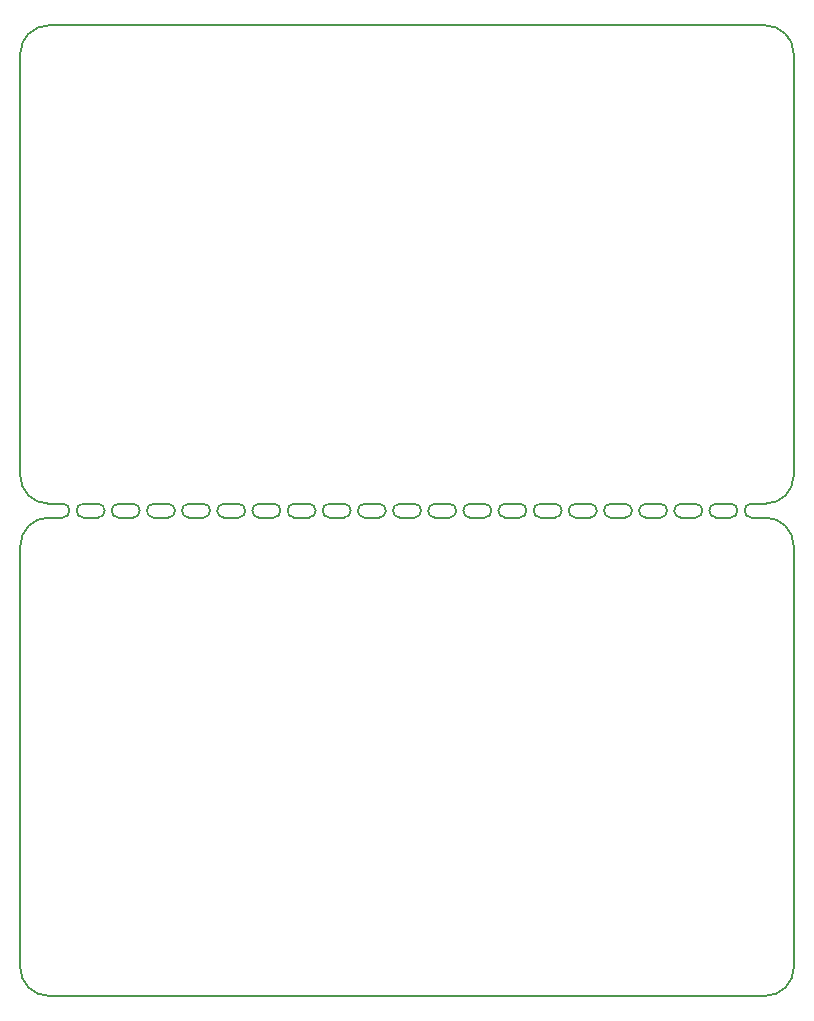
<source format=gbr>
%TF.GenerationSoftware,KiCad,Pcbnew,(5.0.1)-3*%
%TF.CreationDate,2018-12-08T15:20:53+01:00*%
%TF.ProjectId,SamplrPad,53616D706C725061642E6B696361645F,rev?*%
%TF.SameCoordinates,Original*%
%TF.FileFunction,Paste,Top*%
%TF.FilePolarity,Positive*%
%FSLAX46Y46*%
G04 Gerber Fmt 4.6, Leading zero omitted, Abs format (unit mm)*
G04 Created by KiCad (PCBNEW (5.0.1)-3) date 8/12/2018 15:20:53*
%MOMM*%
%LPD*%
G01*
G04 APERTURE LIST*
%ADD10C,0.150000*%
G04 APERTURE END LIST*
D10*
X141089189Y-57745369D02*
X142279815Y-57745369D01*
X141089189Y-56554743D02*
X142279815Y-56554743D01*
X81557889Y-57745369D02*
X82748515Y-57745369D01*
X81557889Y-56554743D02*
X82748515Y-56554743D01*
X138112624Y-56554743D02*
X139303250Y-56554743D01*
X135136059Y-56554743D02*
X136326685Y-56554743D01*
X141089189Y-57745369D02*
G75*
G02X141089189Y-56554743I0J595313D01*
G01*
X139303250Y-56554743D02*
G75*
G02X139303250Y-57745369I0J-595313D01*
G01*
X138112624Y-57745369D02*
X139303250Y-57745369D01*
X138112624Y-57745369D02*
G75*
G02X138112624Y-56554743I0J595313D01*
G01*
X136326685Y-56554743D02*
G75*
G02X136326685Y-57745369I0J-595313D01*
G01*
X132159494Y-56554743D02*
X133350120Y-56554743D01*
X135136059Y-57745369D02*
X136326685Y-57745369D01*
X135136059Y-57745369D02*
G75*
G02X135136059Y-56554743I0J595313D01*
G01*
X133350120Y-56554743D02*
G75*
G02X133350120Y-57745369I0J-595313D01*
G01*
X129182929Y-56554743D02*
X130373555Y-56554743D01*
X132159494Y-57745369D02*
X133350120Y-57745369D01*
X132159494Y-57745369D02*
G75*
G02X132159494Y-56554743I0J595313D01*
G01*
X130373555Y-56554743D02*
G75*
G02X130373555Y-57745369I0J-595313D01*
G01*
X126206364Y-56554743D02*
X127396990Y-56554743D01*
X129182929Y-57745369D02*
X130373555Y-57745369D01*
X129182929Y-57745369D02*
G75*
G02X129182929Y-56554743I0J595313D01*
G01*
X127396990Y-56554743D02*
G75*
G02X127396990Y-57745369I0J-595313D01*
G01*
X123229799Y-56554743D02*
X124420425Y-56554743D01*
X126206364Y-57745369D02*
X127396990Y-57745369D01*
X126206364Y-57745369D02*
G75*
G02X126206364Y-56554743I0J595313D01*
G01*
X124420425Y-56554743D02*
G75*
G02X124420425Y-57745369I0J-595313D01*
G01*
X120253234Y-56554743D02*
X121443860Y-56554743D01*
X123229799Y-57745369D02*
X124420425Y-57745369D01*
X123229799Y-57745369D02*
G75*
G02X123229799Y-56554743I0J595313D01*
G01*
X121443860Y-56554743D02*
G75*
G02X121443860Y-57745369I0J-595313D01*
G01*
X117276669Y-56554743D02*
X118467295Y-56554743D01*
X120253234Y-57745369D02*
X121443860Y-57745369D01*
X120253234Y-57745369D02*
G75*
G02X120253234Y-56554743I0J595313D01*
G01*
X118467295Y-56554743D02*
G75*
G02X118467295Y-57745369I0J-595313D01*
G01*
X114300104Y-56554743D02*
X115490730Y-56554743D01*
X117276669Y-57745369D02*
X118467295Y-57745369D01*
X117276669Y-57745369D02*
G75*
G02X117276669Y-56554743I0J595313D01*
G01*
X115490730Y-56554743D02*
G75*
G02X115490730Y-57745369I0J-595313D01*
G01*
X111323539Y-56554743D02*
X112514165Y-56554743D01*
X114300104Y-57745369D02*
X115490730Y-57745369D01*
X114300104Y-57745369D02*
G75*
G02X114300104Y-56554743I0J595313D01*
G01*
X112514165Y-56554743D02*
G75*
G02X112514165Y-57745369I0J-595313D01*
G01*
X108346974Y-56554743D02*
X109537600Y-56554743D01*
X111323539Y-57745369D02*
X112514165Y-57745369D01*
X111323539Y-57745369D02*
G75*
G02X111323539Y-56554743I0J595313D01*
G01*
X109537600Y-56554743D02*
G75*
G02X109537600Y-57745369I0J-595313D01*
G01*
X105370409Y-56554743D02*
X106561035Y-56554743D01*
X108346974Y-57745369D02*
X109537600Y-57745369D01*
X108346974Y-57745369D02*
G75*
G02X108346974Y-56554743I0J595313D01*
G01*
X106561035Y-56554743D02*
G75*
G02X106561035Y-57745369I0J-595313D01*
G01*
X102393844Y-56554743D02*
X103584470Y-56554743D01*
X105370409Y-57745369D02*
X106561035Y-57745369D01*
X105370409Y-57745369D02*
G75*
G02X105370409Y-56554743I0J595313D01*
G01*
X103584470Y-56554743D02*
G75*
G02X103584470Y-57745369I0J-595313D01*
G01*
X99417279Y-56554743D02*
X100607905Y-56554743D01*
X102393844Y-57745369D02*
X103584470Y-57745369D01*
X102393844Y-57745369D02*
G75*
G02X102393844Y-56554743I0J595313D01*
G01*
X100607905Y-56554743D02*
G75*
G02X100607905Y-57745369I0J-595313D01*
G01*
X96440714Y-56554743D02*
X97631340Y-56554743D01*
X99417279Y-57745369D02*
X100607905Y-57745369D01*
X99417279Y-57745369D02*
G75*
G02X99417279Y-56554743I0J595313D01*
G01*
X97631340Y-56554743D02*
G75*
G02X97631340Y-57745369I0J-595313D01*
G01*
X93464149Y-56554743D02*
X94654775Y-56554743D01*
X96440714Y-57745369D02*
X97631340Y-57745369D01*
X96440714Y-57745369D02*
G75*
G02X96440714Y-56554743I0J595313D01*
G01*
X94654775Y-56554743D02*
G75*
G02X94654775Y-57745369I0J-595313D01*
G01*
X90487584Y-56554743D02*
X91678210Y-56554743D01*
X93464149Y-57745369D02*
X94654775Y-57745369D01*
X93464149Y-57745369D02*
G75*
G02X93464149Y-56554743I0J595313D01*
G01*
X91678210Y-56554743D02*
G75*
G02X91678210Y-57745369I0J-595313D01*
G01*
X87511019Y-56554743D02*
X88701645Y-56554743D01*
X90487584Y-57745369D02*
X91678210Y-57745369D01*
X90487584Y-57745369D02*
G75*
G02X90487584Y-56554743I0J595313D01*
G01*
X88701645Y-56554743D02*
G75*
G02X88701645Y-57745369I0J-595313D01*
G01*
X84534454Y-56554743D02*
X85725080Y-56554743D01*
X87511019Y-57745369D02*
X88701645Y-57745369D01*
X87511019Y-57745369D02*
G75*
G02X87511019Y-56554743I0J595313D01*
G01*
X85725080Y-56554743D02*
G75*
G02X85725080Y-57745369I0J-595313D01*
G01*
X84534454Y-57745369D02*
X85725080Y-57745369D01*
X84534454Y-57745369D02*
G75*
G02X84534454Y-56554743I0J595313D01*
G01*
X82748515Y-56554743D02*
G75*
G02X82748515Y-57745369I0J-595313D01*
G01*
X142279815Y-16073459D02*
G75*
G02X144661067Y-18454711I0J-2381252D01*
G01*
X144661067Y-54173491D02*
G75*
G02X142279815Y-56554743I-2381252J0D01*
G01*
X81557889Y-56554743D02*
G75*
G02X79176637Y-54173491I0J2381252D01*
G01*
X79176637Y-18454711D02*
G75*
G02X81557889Y-16073459I2381252J0D01*
G01*
X144661067Y-18454711D02*
X144661067Y-54173491D01*
X142279815Y-98226653D02*
X81557889Y-98226653D01*
X79176637Y-54173491D02*
X79176637Y-18454711D01*
X79176637Y-60126621D02*
G75*
G02X81557889Y-57745369I2381252J0D01*
G01*
X142279815Y-57745369D02*
G75*
G02X144661067Y-60126621I0J-2381252D01*
G01*
X144661067Y-95845401D02*
G75*
G02X142279815Y-98226653I-2381252J0D01*
G01*
X81557889Y-98226653D02*
G75*
G02X79176637Y-95845401I0J2381252D01*
G01*
X144661067Y-60126621D02*
X144661067Y-95845401D01*
X81557889Y-16073459D02*
X142279815Y-16073459D01*
X79176637Y-95845401D02*
X79176637Y-60126621D01*
M02*

</source>
